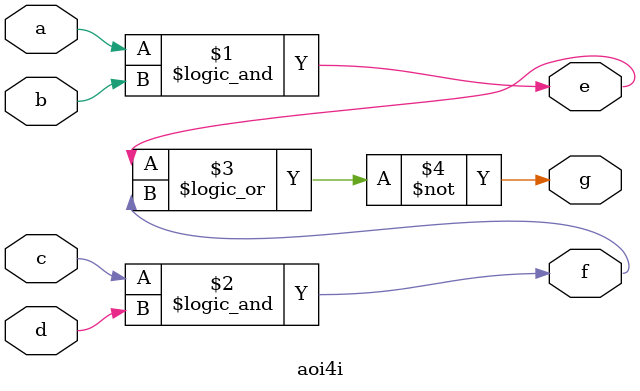
<source format=v>
`timescale 1ns / 1ps


module aoi4i(
    input a,b,c,d,
    output e,f,g

);

assign e = a&&b;
assign f = c&&d;
assign g = ~(e||f);
endmodule

</source>
